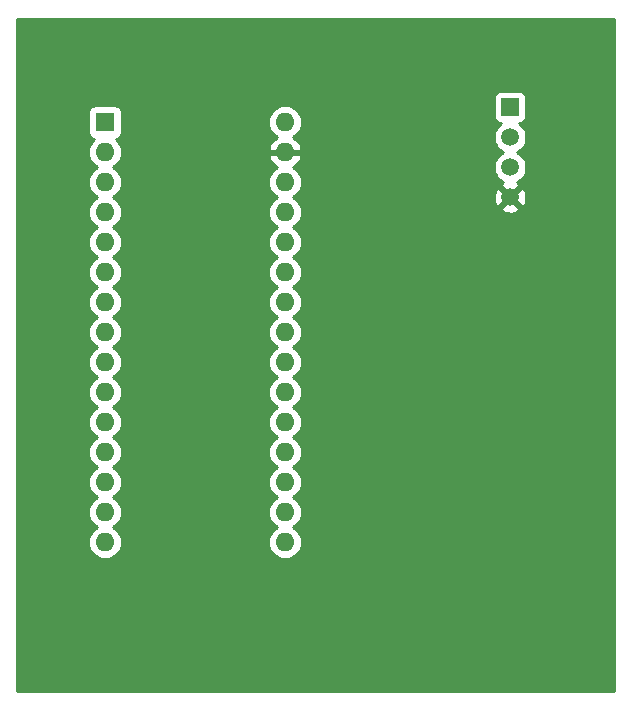
<source format=gbl>
G04 #@! TF.GenerationSoftware,KiCad,Pcbnew,(5.1.0)-1*
G04 #@! TF.CreationDate,2019-10-27T15:01:23-04:00*
G04 #@! TF.ProjectId,Reciever,52656369-6576-4657-922e-6b696361645f,rev?*
G04 #@! TF.SameCoordinates,Original*
G04 #@! TF.FileFunction,Copper,L2,Bot*
G04 #@! TF.FilePolarity,Positive*
%FSLAX46Y46*%
G04 Gerber Fmt 4.6, Leading zero omitted, Abs format (unit mm)*
G04 Created by KiCad (PCBNEW (5.1.0)-1) date 2019-10-27 15:01:23*
%MOMM*%
%LPD*%
G04 APERTURE LIST*
%ADD10C,1.500000*%
%ADD11R,1.500000X1.500000*%
%ADD12O,1.600000X1.600000*%
%ADD13R,1.600000X1.600000*%
%ADD14C,0.254000*%
G04 APERTURE END LIST*
D10*
X66040000Y-62230000D03*
X66040000Y-59690000D03*
X66040000Y-57150000D03*
D11*
X66040000Y-54610000D03*
D12*
X46990000Y-91440000D03*
X31750000Y-91440000D03*
X46990000Y-55880000D03*
X31750000Y-88900000D03*
X46990000Y-58420000D03*
X31750000Y-86360000D03*
X46990000Y-60960000D03*
X31750000Y-83820000D03*
X46990000Y-63500000D03*
X31750000Y-81280000D03*
X46990000Y-66040000D03*
X31750000Y-78740000D03*
X46990000Y-68580000D03*
X31750000Y-76200000D03*
X46990000Y-71120000D03*
X31750000Y-73660000D03*
X46990000Y-73660000D03*
X31750000Y-71120000D03*
X46990000Y-76200000D03*
X31750000Y-68580000D03*
X46990000Y-78740000D03*
X31750000Y-66040000D03*
X46990000Y-81280000D03*
X31750000Y-63500000D03*
X46990000Y-83820000D03*
X31750000Y-60960000D03*
X46990000Y-86360000D03*
X31750000Y-58420000D03*
X46990000Y-88900000D03*
D13*
X31750000Y-55880000D03*
D14*
G36*
X74803000Y-104013000D02*
G01*
X24257000Y-104013000D01*
X24257000Y-58420000D01*
X30308057Y-58420000D01*
X30335764Y-58701309D01*
X30417818Y-58971808D01*
X30551068Y-59221101D01*
X30730392Y-59439608D01*
X30948899Y-59618932D01*
X31081858Y-59690000D01*
X30948899Y-59761068D01*
X30730392Y-59940392D01*
X30551068Y-60158899D01*
X30417818Y-60408192D01*
X30335764Y-60678691D01*
X30308057Y-60960000D01*
X30335764Y-61241309D01*
X30417818Y-61511808D01*
X30551068Y-61761101D01*
X30730392Y-61979608D01*
X30948899Y-62158932D01*
X31081858Y-62230000D01*
X30948899Y-62301068D01*
X30730392Y-62480392D01*
X30551068Y-62698899D01*
X30417818Y-62948192D01*
X30335764Y-63218691D01*
X30308057Y-63500000D01*
X30335764Y-63781309D01*
X30417818Y-64051808D01*
X30551068Y-64301101D01*
X30730392Y-64519608D01*
X30948899Y-64698932D01*
X31081858Y-64770000D01*
X30948899Y-64841068D01*
X30730392Y-65020392D01*
X30551068Y-65238899D01*
X30417818Y-65488192D01*
X30335764Y-65758691D01*
X30308057Y-66040000D01*
X30335764Y-66321309D01*
X30417818Y-66591808D01*
X30551068Y-66841101D01*
X30730392Y-67059608D01*
X30948899Y-67238932D01*
X31081858Y-67310000D01*
X30948899Y-67381068D01*
X30730392Y-67560392D01*
X30551068Y-67778899D01*
X30417818Y-68028192D01*
X30335764Y-68298691D01*
X30308057Y-68580000D01*
X30335764Y-68861309D01*
X30417818Y-69131808D01*
X30551068Y-69381101D01*
X30730392Y-69599608D01*
X30948899Y-69778932D01*
X31081858Y-69850000D01*
X30948899Y-69921068D01*
X30730392Y-70100392D01*
X30551068Y-70318899D01*
X30417818Y-70568192D01*
X30335764Y-70838691D01*
X30308057Y-71120000D01*
X30335764Y-71401309D01*
X30417818Y-71671808D01*
X30551068Y-71921101D01*
X30730392Y-72139608D01*
X30948899Y-72318932D01*
X31081858Y-72390000D01*
X30948899Y-72461068D01*
X30730392Y-72640392D01*
X30551068Y-72858899D01*
X30417818Y-73108192D01*
X30335764Y-73378691D01*
X30308057Y-73660000D01*
X30335764Y-73941309D01*
X30417818Y-74211808D01*
X30551068Y-74461101D01*
X30730392Y-74679608D01*
X30948899Y-74858932D01*
X31081858Y-74930000D01*
X30948899Y-75001068D01*
X30730392Y-75180392D01*
X30551068Y-75398899D01*
X30417818Y-75648192D01*
X30335764Y-75918691D01*
X30308057Y-76200000D01*
X30335764Y-76481309D01*
X30417818Y-76751808D01*
X30551068Y-77001101D01*
X30730392Y-77219608D01*
X30948899Y-77398932D01*
X31081858Y-77470000D01*
X30948899Y-77541068D01*
X30730392Y-77720392D01*
X30551068Y-77938899D01*
X30417818Y-78188192D01*
X30335764Y-78458691D01*
X30308057Y-78740000D01*
X30335764Y-79021309D01*
X30417818Y-79291808D01*
X30551068Y-79541101D01*
X30730392Y-79759608D01*
X30948899Y-79938932D01*
X31081858Y-80010000D01*
X30948899Y-80081068D01*
X30730392Y-80260392D01*
X30551068Y-80478899D01*
X30417818Y-80728192D01*
X30335764Y-80998691D01*
X30308057Y-81280000D01*
X30335764Y-81561309D01*
X30417818Y-81831808D01*
X30551068Y-82081101D01*
X30730392Y-82299608D01*
X30948899Y-82478932D01*
X31081858Y-82550000D01*
X30948899Y-82621068D01*
X30730392Y-82800392D01*
X30551068Y-83018899D01*
X30417818Y-83268192D01*
X30335764Y-83538691D01*
X30308057Y-83820000D01*
X30335764Y-84101309D01*
X30417818Y-84371808D01*
X30551068Y-84621101D01*
X30730392Y-84839608D01*
X30948899Y-85018932D01*
X31081858Y-85090000D01*
X30948899Y-85161068D01*
X30730392Y-85340392D01*
X30551068Y-85558899D01*
X30417818Y-85808192D01*
X30335764Y-86078691D01*
X30308057Y-86360000D01*
X30335764Y-86641309D01*
X30417818Y-86911808D01*
X30551068Y-87161101D01*
X30730392Y-87379608D01*
X30948899Y-87558932D01*
X31081858Y-87630000D01*
X30948899Y-87701068D01*
X30730392Y-87880392D01*
X30551068Y-88098899D01*
X30417818Y-88348192D01*
X30335764Y-88618691D01*
X30308057Y-88900000D01*
X30335764Y-89181309D01*
X30417818Y-89451808D01*
X30551068Y-89701101D01*
X30730392Y-89919608D01*
X30948899Y-90098932D01*
X31081858Y-90170000D01*
X30948899Y-90241068D01*
X30730392Y-90420392D01*
X30551068Y-90638899D01*
X30417818Y-90888192D01*
X30335764Y-91158691D01*
X30308057Y-91440000D01*
X30335764Y-91721309D01*
X30417818Y-91991808D01*
X30551068Y-92241101D01*
X30730392Y-92459608D01*
X30948899Y-92638932D01*
X31198192Y-92772182D01*
X31468691Y-92854236D01*
X31679508Y-92875000D01*
X31820492Y-92875000D01*
X32031309Y-92854236D01*
X32301808Y-92772182D01*
X32551101Y-92638932D01*
X32769608Y-92459608D01*
X32948932Y-92241101D01*
X33082182Y-91991808D01*
X33164236Y-91721309D01*
X33191943Y-91440000D01*
X33164236Y-91158691D01*
X33082182Y-90888192D01*
X32948932Y-90638899D01*
X32769608Y-90420392D01*
X32551101Y-90241068D01*
X32418142Y-90170000D01*
X32551101Y-90098932D01*
X32769608Y-89919608D01*
X32948932Y-89701101D01*
X33082182Y-89451808D01*
X33164236Y-89181309D01*
X33191943Y-88900000D01*
X33164236Y-88618691D01*
X33082182Y-88348192D01*
X32948932Y-88098899D01*
X32769608Y-87880392D01*
X32551101Y-87701068D01*
X32418142Y-87630000D01*
X32551101Y-87558932D01*
X32769608Y-87379608D01*
X32948932Y-87161101D01*
X33082182Y-86911808D01*
X33164236Y-86641309D01*
X33191943Y-86360000D01*
X33164236Y-86078691D01*
X33082182Y-85808192D01*
X32948932Y-85558899D01*
X32769608Y-85340392D01*
X32551101Y-85161068D01*
X32418142Y-85090000D01*
X32551101Y-85018932D01*
X32769608Y-84839608D01*
X32948932Y-84621101D01*
X33082182Y-84371808D01*
X33164236Y-84101309D01*
X33191943Y-83820000D01*
X33164236Y-83538691D01*
X33082182Y-83268192D01*
X32948932Y-83018899D01*
X32769608Y-82800392D01*
X32551101Y-82621068D01*
X32418142Y-82550000D01*
X32551101Y-82478932D01*
X32769608Y-82299608D01*
X32948932Y-82081101D01*
X33082182Y-81831808D01*
X33164236Y-81561309D01*
X33191943Y-81280000D01*
X33164236Y-80998691D01*
X33082182Y-80728192D01*
X32948932Y-80478899D01*
X32769608Y-80260392D01*
X32551101Y-80081068D01*
X32418142Y-80010000D01*
X32551101Y-79938932D01*
X32769608Y-79759608D01*
X32948932Y-79541101D01*
X33082182Y-79291808D01*
X33164236Y-79021309D01*
X33191943Y-78740000D01*
X33164236Y-78458691D01*
X33082182Y-78188192D01*
X32948932Y-77938899D01*
X32769608Y-77720392D01*
X32551101Y-77541068D01*
X32418142Y-77470000D01*
X32551101Y-77398932D01*
X32769608Y-77219608D01*
X32948932Y-77001101D01*
X33082182Y-76751808D01*
X33164236Y-76481309D01*
X33191943Y-76200000D01*
X33164236Y-75918691D01*
X33082182Y-75648192D01*
X32948932Y-75398899D01*
X32769608Y-75180392D01*
X32551101Y-75001068D01*
X32418142Y-74930000D01*
X32551101Y-74858932D01*
X32769608Y-74679608D01*
X32948932Y-74461101D01*
X33082182Y-74211808D01*
X33164236Y-73941309D01*
X33191943Y-73660000D01*
X33164236Y-73378691D01*
X33082182Y-73108192D01*
X32948932Y-72858899D01*
X32769608Y-72640392D01*
X32551101Y-72461068D01*
X32418142Y-72390000D01*
X32551101Y-72318932D01*
X32769608Y-72139608D01*
X32948932Y-71921101D01*
X33082182Y-71671808D01*
X33164236Y-71401309D01*
X33191943Y-71120000D01*
X33164236Y-70838691D01*
X33082182Y-70568192D01*
X32948932Y-70318899D01*
X32769608Y-70100392D01*
X32551101Y-69921068D01*
X32418142Y-69850000D01*
X32551101Y-69778932D01*
X32769608Y-69599608D01*
X32948932Y-69381101D01*
X33082182Y-69131808D01*
X33164236Y-68861309D01*
X33191943Y-68580000D01*
X33164236Y-68298691D01*
X33082182Y-68028192D01*
X32948932Y-67778899D01*
X32769608Y-67560392D01*
X32551101Y-67381068D01*
X32418142Y-67310000D01*
X32551101Y-67238932D01*
X32769608Y-67059608D01*
X32948932Y-66841101D01*
X33082182Y-66591808D01*
X33164236Y-66321309D01*
X33191943Y-66040000D01*
X33164236Y-65758691D01*
X33082182Y-65488192D01*
X32948932Y-65238899D01*
X32769608Y-65020392D01*
X32551101Y-64841068D01*
X32418142Y-64770000D01*
X32551101Y-64698932D01*
X32769608Y-64519608D01*
X32948932Y-64301101D01*
X33082182Y-64051808D01*
X33164236Y-63781309D01*
X33191943Y-63500000D01*
X33164236Y-63218691D01*
X33082182Y-62948192D01*
X32948932Y-62698899D01*
X32769608Y-62480392D01*
X32551101Y-62301068D01*
X32418142Y-62230000D01*
X32551101Y-62158932D01*
X32769608Y-61979608D01*
X32948932Y-61761101D01*
X33082182Y-61511808D01*
X33164236Y-61241309D01*
X33191943Y-60960000D01*
X45548057Y-60960000D01*
X45575764Y-61241309D01*
X45657818Y-61511808D01*
X45791068Y-61761101D01*
X45970392Y-61979608D01*
X46188899Y-62158932D01*
X46321858Y-62230000D01*
X46188899Y-62301068D01*
X45970392Y-62480392D01*
X45791068Y-62698899D01*
X45657818Y-62948192D01*
X45575764Y-63218691D01*
X45548057Y-63500000D01*
X45575764Y-63781309D01*
X45657818Y-64051808D01*
X45791068Y-64301101D01*
X45970392Y-64519608D01*
X46188899Y-64698932D01*
X46321858Y-64770000D01*
X46188899Y-64841068D01*
X45970392Y-65020392D01*
X45791068Y-65238899D01*
X45657818Y-65488192D01*
X45575764Y-65758691D01*
X45548057Y-66040000D01*
X45575764Y-66321309D01*
X45657818Y-66591808D01*
X45791068Y-66841101D01*
X45970392Y-67059608D01*
X46188899Y-67238932D01*
X46321858Y-67310000D01*
X46188899Y-67381068D01*
X45970392Y-67560392D01*
X45791068Y-67778899D01*
X45657818Y-68028192D01*
X45575764Y-68298691D01*
X45548057Y-68580000D01*
X45575764Y-68861309D01*
X45657818Y-69131808D01*
X45791068Y-69381101D01*
X45970392Y-69599608D01*
X46188899Y-69778932D01*
X46321858Y-69850000D01*
X46188899Y-69921068D01*
X45970392Y-70100392D01*
X45791068Y-70318899D01*
X45657818Y-70568192D01*
X45575764Y-70838691D01*
X45548057Y-71120000D01*
X45575764Y-71401309D01*
X45657818Y-71671808D01*
X45791068Y-71921101D01*
X45970392Y-72139608D01*
X46188899Y-72318932D01*
X46321858Y-72390000D01*
X46188899Y-72461068D01*
X45970392Y-72640392D01*
X45791068Y-72858899D01*
X45657818Y-73108192D01*
X45575764Y-73378691D01*
X45548057Y-73660000D01*
X45575764Y-73941309D01*
X45657818Y-74211808D01*
X45791068Y-74461101D01*
X45970392Y-74679608D01*
X46188899Y-74858932D01*
X46321858Y-74930000D01*
X46188899Y-75001068D01*
X45970392Y-75180392D01*
X45791068Y-75398899D01*
X45657818Y-75648192D01*
X45575764Y-75918691D01*
X45548057Y-76200000D01*
X45575764Y-76481309D01*
X45657818Y-76751808D01*
X45791068Y-77001101D01*
X45970392Y-77219608D01*
X46188899Y-77398932D01*
X46321858Y-77470000D01*
X46188899Y-77541068D01*
X45970392Y-77720392D01*
X45791068Y-77938899D01*
X45657818Y-78188192D01*
X45575764Y-78458691D01*
X45548057Y-78740000D01*
X45575764Y-79021309D01*
X45657818Y-79291808D01*
X45791068Y-79541101D01*
X45970392Y-79759608D01*
X46188899Y-79938932D01*
X46321858Y-80010000D01*
X46188899Y-80081068D01*
X45970392Y-80260392D01*
X45791068Y-80478899D01*
X45657818Y-80728192D01*
X45575764Y-80998691D01*
X45548057Y-81280000D01*
X45575764Y-81561309D01*
X45657818Y-81831808D01*
X45791068Y-82081101D01*
X45970392Y-82299608D01*
X46188899Y-82478932D01*
X46321858Y-82550000D01*
X46188899Y-82621068D01*
X45970392Y-82800392D01*
X45791068Y-83018899D01*
X45657818Y-83268192D01*
X45575764Y-83538691D01*
X45548057Y-83820000D01*
X45575764Y-84101309D01*
X45657818Y-84371808D01*
X45791068Y-84621101D01*
X45970392Y-84839608D01*
X46188899Y-85018932D01*
X46321858Y-85090000D01*
X46188899Y-85161068D01*
X45970392Y-85340392D01*
X45791068Y-85558899D01*
X45657818Y-85808192D01*
X45575764Y-86078691D01*
X45548057Y-86360000D01*
X45575764Y-86641309D01*
X45657818Y-86911808D01*
X45791068Y-87161101D01*
X45970392Y-87379608D01*
X46188899Y-87558932D01*
X46321858Y-87630000D01*
X46188899Y-87701068D01*
X45970392Y-87880392D01*
X45791068Y-88098899D01*
X45657818Y-88348192D01*
X45575764Y-88618691D01*
X45548057Y-88900000D01*
X45575764Y-89181309D01*
X45657818Y-89451808D01*
X45791068Y-89701101D01*
X45970392Y-89919608D01*
X46188899Y-90098932D01*
X46321858Y-90170000D01*
X46188899Y-90241068D01*
X45970392Y-90420392D01*
X45791068Y-90638899D01*
X45657818Y-90888192D01*
X45575764Y-91158691D01*
X45548057Y-91440000D01*
X45575764Y-91721309D01*
X45657818Y-91991808D01*
X45791068Y-92241101D01*
X45970392Y-92459608D01*
X46188899Y-92638932D01*
X46438192Y-92772182D01*
X46708691Y-92854236D01*
X46919508Y-92875000D01*
X47060492Y-92875000D01*
X47271309Y-92854236D01*
X47541808Y-92772182D01*
X47791101Y-92638932D01*
X48009608Y-92459608D01*
X48188932Y-92241101D01*
X48322182Y-91991808D01*
X48404236Y-91721309D01*
X48431943Y-91440000D01*
X48404236Y-91158691D01*
X48322182Y-90888192D01*
X48188932Y-90638899D01*
X48009608Y-90420392D01*
X47791101Y-90241068D01*
X47658142Y-90170000D01*
X47791101Y-90098932D01*
X48009608Y-89919608D01*
X48188932Y-89701101D01*
X48322182Y-89451808D01*
X48404236Y-89181309D01*
X48431943Y-88900000D01*
X48404236Y-88618691D01*
X48322182Y-88348192D01*
X48188932Y-88098899D01*
X48009608Y-87880392D01*
X47791101Y-87701068D01*
X47658142Y-87630000D01*
X47791101Y-87558932D01*
X48009608Y-87379608D01*
X48188932Y-87161101D01*
X48322182Y-86911808D01*
X48404236Y-86641309D01*
X48431943Y-86360000D01*
X48404236Y-86078691D01*
X48322182Y-85808192D01*
X48188932Y-85558899D01*
X48009608Y-85340392D01*
X47791101Y-85161068D01*
X47658142Y-85090000D01*
X47791101Y-85018932D01*
X48009608Y-84839608D01*
X48188932Y-84621101D01*
X48322182Y-84371808D01*
X48404236Y-84101309D01*
X48431943Y-83820000D01*
X48404236Y-83538691D01*
X48322182Y-83268192D01*
X48188932Y-83018899D01*
X48009608Y-82800392D01*
X47791101Y-82621068D01*
X47658142Y-82550000D01*
X47791101Y-82478932D01*
X48009608Y-82299608D01*
X48188932Y-82081101D01*
X48322182Y-81831808D01*
X48404236Y-81561309D01*
X48431943Y-81280000D01*
X48404236Y-80998691D01*
X48322182Y-80728192D01*
X48188932Y-80478899D01*
X48009608Y-80260392D01*
X47791101Y-80081068D01*
X47658142Y-80010000D01*
X47791101Y-79938932D01*
X48009608Y-79759608D01*
X48188932Y-79541101D01*
X48322182Y-79291808D01*
X48404236Y-79021309D01*
X48431943Y-78740000D01*
X48404236Y-78458691D01*
X48322182Y-78188192D01*
X48188932Y-77938899D01*
X48009608Y-77720392D01*
X47791101Y-77541068D01*
X47658142Y-77470000D01*
X47791101Y-77398932D01*
X48009608Y-77219608D01*
X48188932Y-77001101D01*
X48322182Y-76751808D01*
X48404236Y-76481309D01*
X48431943Y-76200000D01*
X48404236Y-75918691D01*
X48322182Y-75648192D01*
X48188932Y-75398899D01*
X48009608Y-75180392D01*
X47791101Y-75001068D01*
X47658142Y-74930000D01*
X47791101Y-74858932D01*
X48009608Y-74679608D01*
X48188932Y-74461101D01*
X48322182Y-74211808D01*
X48404236Y-73941309D01*
X48431943Y-73660000D01*
X48404236Y-73378691D01*
X48322182Y-73108192D01*
X48188932Y-72858899D01*
X48009608Y-72640392D01*
X47791101Y-72461068D01*
X47658142Y-72390000D01*
X47791101Y-72318932D01*
X48009608Y-72139608D01*
X48188932Y-71921101D01*
X48322182Y-71671808D01*
X48404236Y-71401309D01*
X48431943Y-71120000D01*
X48404236Y-70838691D01*
X48322182Y-70568192D01*
X48188932Y-70318899D01*
X48009608Y-70100392D01*
X47791101Y-69921068D01*
X47658142Y-69850000D01*
X47791101Y-69778932D01*
X48009608Y-69599608D01*
X48188932Y-69381101D01*
X48322182Y-69131808D01*
X48404236Y-68861309D01*
X48431943Y-68580000D01*
X48404236Y-68298691D01*
X48322182Y-68028192D01*
X48188932Y-67778899D01*
X48009608Y-67560392D01*
X47791101Y-67381068D01*
X47658142Y-67310000D01*
X47791101Y-67238932D01*
X48009608Y-67059608D01*
X48188932Y-66841101D01*
X48322182Y-66591808D01*
X48404236Y-66321309D01*
X48431943Y-66040000D01*
X48404236Y-65758691D01*
X48322182Y-65488192D01*
X48188932Y-65238899D01*
X48009608Y-65020392D01*
X47791101Y-64841068D01*
X47658142Y-64770000D01*
X47791101Y-64698932D01*
X48009608Y-64519608D01*
X48188932Y-64301101D01*
X48322182Y-64051808D01*
X48404236Y-63781309D01*
X48431943Y-63500000D01*
X48404236Y-63218691D01*
X48394621Y-63186993D01*
X65262612Y-63186993D01*
X65328137Y-63425860D01*
X65575116Y-63541760D01*
X65839960Y-63607250D01*
X66112492Y-63619812D01*
X66382238Y-63578965D01*
X66638832Y-63486277D01*
X66751863Y-63425860D01*
X66817388Y-63186993D01*
X66040000Y-62409605D01*
X65262612Y-63186993D01*
X48394621Y-63186993D01*
X48322182Y-62948192D01*
X48188932Y-62698899D01*
X48009608Y-62480392D01*
X47792837Y-62302492D01*
X64650188Y-62302492D01*
X64691035Y-62572238D01*
X64783723Y-62828832D01*
X64844140Y-62941863D01*
X65083007Y-63007388D01*
X65860395Y-62230000D01*
X66219605Y-62230000D01*
X66996993Y-63007388D01*
X67235860Y-62941863D01*
X67351760Y-62694884D01*
X67417250Y-62430040D01*
X67429812Y-62157508D01*
X67388965Y-61887762D01*
X67296277Y-61631168D01*
X67235860Y-61518137D01*
X66996993Y-61452612D01*
X66219605Y-62230000D01*
X65860395Y-62230000D01*
X65083007Y-61452612D01*
X64844140Y-61518137D01*
X64728240Y-61765116D01*
X64662750Y-62029960D01*
X64650188Y-62302492D01*
X47792837Y-62302492D01*
X47791101Y-62301068D01*
X47658142Y-62230000D01*
X47791101Y-62158932D01*
X48009608Y-61979608D01*
X48188932Y-61761101D01*
X48322182Y-61511808D01*
X48404236Y-61241309D01*
X48431943Y-60960000D01*
X48404236Y-60678691D01*
X48322182Y-60408192D01*
X48188932Y-60158899D01*
X48009608Y-59940392D01*
X47791101Y-59761068D01*
X47653318Y-59687421D01*
X47845131Y-59572385D01*
X48053519Y-59383414D01*
X48221037Y-59157420D01*
X48341246Y-58903087D01*
X48381904Y-58769039D01*
X48259915Y-58547000D01*
X47117000Y-58547000D01*
X47117000Y-58567000D01*
X46863000Y-58567000D01*
X46863000Y-58547000D01*
X45720085Y-58547000D01*
X45598096Y-58769039D01*
X45638754Y-58903087D01*
X45758963Y-59157420D01*
X45926481Y-59383414D01*
X46134869Y-59572385D01*
X46326682Y-59687421D01*
X46188899Y-59761068D01*
X45970392Y-59940392D01*
X45791068Y-60158899D01*
X45657818Y-60408192D01*
X45575764Y-60678691D01*
X45548057Y-60960000D01*
X33191943Y-60960000D01*
X33164236Y-60678691D01*
X33082182Y-60408192D01*
X32948932Y-60158899D01*
X32769608Y-59940392D01*
X32551101Y-59761068D01*
X32418142Y-59690000D01*
X32551101Y-59618932D01*
X32769608Y-59439608D01*
X32948932Y-59221101D01*
X33082182Y-58971808D01*
X33164236Y-58701309D01*
X33191943Y-58420000D01*
X33164236Y-58138691D01*
X33082182Y-57868192D01*
X32948932Y-57618899D01*
X32769608Y-57400392D01*
X32656518Y-57307581D01*
X32674482Y-57305812D01*
X32794180Y-57269502D01*
X32904494Y-57210537D01*
X33001185Y-57131185D01*
X33080537Y-57034494D01*
X33139502Y-56924180D01*
X33175812Y-56804482D01*
X33188072Y-56680000D01*
X33188072Y-55880000D01*
X45548057Y-55880000D01*
X45575764Y-56161309D01*
X45657818Y-56431808D01*
X45791068Y-56681101D01*
X45970392Y-56899608D01*
X46188899Y-57078932D01*
X46326682Y-57152579D01*
X46134869Y-57267615D01*
X45926481Y-57456586D01*
X45758963Y-57682580D01*
X45638754Y-57936913D01*
X45598096Y-58070961D01*
X45720085Y-58293000D01*
X46863000Y-58293000D01*
X46863000Y-58273000D01*
X47117000Y-58273000D01*
X47117000Y-58293000D01*
X48259915Y-58293000D01*
X48381904Y-58070961D01*
X48341246Y-57936913D01*
X48221037Y-57682580D01*
X48053519Y-57456586D01*
X47845131Y-57267615D01*
X47653318Y-57152579D01*
X47791101Y-57078932D01*
X48009608Y-56899608D01*
X48188932Y-56681101D01*
X48322182Y-56431808D01*
X48404236Y-56161309D01*
X48431943Y-55880000D01*
X48404236Y-55598691D01*
X48322182Y-55328192D01*
X48188932Y-55078899D01*
X48009608Y-54860392D01*
X47791101Y-54681068D01*
X47541808Y-54547818D01*
X47271309Y-54465764D01*
X47060492Y-54445000D01*
X46919508Y-54445000D01*
X46708691Y-54465764D01*
X46438192Y-54547818D01*
X46188899Y-54681068D01*
X45970392Y-54860392D01*
X45791068Y-55078899D01*
X45657818Y-55328192D01*
X45575764Y-55598691D01*
X45548057Y-55880000D01*
X33188072Y-55880000D01*
X33188072Y-55080000D01*
X33175812Y-54955518D01*
X33139502Y-54835820D01*
X33080537Y-54725506D01*
X33001185Y-54628815D01*
X32904494Y-54549463D01*
X32794180Y-54490498D01*
X32674482Y-54454188D01*
X32550000Y-54441928D01*
X30950000Y-54441928D01*
X30825518Y-54454188D01*
X30705820Y-54490498D01*
X30595506Y-54549463D01*
X30498815Y-54628815D01*
X30419463Y-54725506D01*
X30360498Y-54835820D01*
X30324188Y-54955518D01*
X30311928Y-55080000D01*
X30311928Y-56680000D01*
X30324188Y-56804482D01*
X30360498Y-56924180D01*
X30419463Y-57034494D01*
X30498815Y-57131185D01*
X30595506Y-57210537D01*
X30705820Y-57269502D01*
X30825518Y-57305812D01*
X30843482Y-57307581D01*
X30730392Y-57400392D01*
X30551068Y-57618899D01*
X30417818Y-57868192D01*
X30335764Y-58138691D01*
X30308057Y-58420000D01*
X24257000Y-58420000D01*
X24257000Y-53860000D01*
X64651928Y-53860000D01*
X64651928Y-55360000D01*
X64664188Y-55484482D01*
X64700498Y-55604180D01*
X64759463Y-55714494D01*
X64838815Y-55811185D01*
X64935506Y-55890537D01*
X65045820Y-55949502D01*
X65165518Y-55985812D01*
X65273483Y-55996445D01*
X65157114Y-56074201D01*
X64964201Y-56267114D01*
X64812629Y-56493957D01*
X64708225Y-56746011D01*
X64655000Y-57013589D01*
X64655000Y-57286411D01*
X64708225Y-57553989D01*
X64812629Y-57806043D01*
X64964201Y-58032886D01*
X65157114Y-58225799D01*
X65383957Y-58377371D01*
X65486873Y-58420000D01*
X65383957Y-58462629D01*
X65157114Y-58614201D01*
X64964201Y-58807114D01*
X64812629Y-59033957D01*
X64708225Y-59286011D01*
X64655000Y-59553589D01*
X64655000Y-59826411D01*
X64708225Y-60093989D01*
X64812629Y-60346043D01*
X64964201Y-60572886D01*
X65157114Y-60765799D01*
X65383957Y-60917371D01*
X65483279Y-60958511D01*
X65441168Y-60973723D01*
X65328137Y-61034140D01*
X65262612Y-61273007D01*
X66040000Y-62050395D01*
X66817388Y-61273007D01*
X66751863Y-61034140D01*
X66593523Y-60959836D01*
X66696043Y-60917371D01*
X66922886Y-60765799D01*
X67115799Y-60572886D01*
X67267371Y-60346043D01*
X67371775Y-60093989D01*
X67425000Y-59826411D01*
X67425000Y-59553589D01*
X67371775Y-59286011D01*
X67267371Y-59033957D01*
X67115799Y-58807114D01*
X66922886Y-58614201D01*
X66696043Y-58462629D01*
X66593127Y-58420000D01*
X66696043Y-58377371D01*
X66922886Y-58225799D01*
X67115799Y-58032886D01*
X67267371Y-57806043D01*
X67371775Y-57553989D01*
X67425000Y-57286411D01*
X67425000Y-57013589D01*
X67371775Y-56746011D01*
X67267371Y-56493957D01*
X67115799Y-56267114D01*
X66922886Y-56074201D01*
X66806517Y-55996445D01*
X66914482Y-55985812D01*
X67034180Y-55949502D01*
X67144494Y-55890537D01*
X67241185Y-55811185D01*
X67320537Y-55714494D01*
X67379502Y-55604180D01*
X67415812Y-55484482D01*
X67428072Y-55360000D01*
X67428072Y-53860000D01*
X67415812Y-53735518D01*
X67379502Y-53615820D01*
X67320537Y-53505506D01*
X67241185Y-53408815D01*
X67144494Y-53329463D01*
X67034180Y-53270498D01*
X66914482Y-53234188D01*
X66790000Y-53221928D01*
X65290000Y-53221928D01*
X65165518Y-53234188D01*
X65045820Y-53270498D01*
X64935506Y-53329463D01*
X64838815Y-53408815D01*
X64759463Y-53505506D01*
X64700498Y-53615820D01*
X64664188Y-53735518D01*
X64651928Y-53860000D01*
X24257000Y-53860000D01*
X24257000Y-47117000D01*
X74803000Y-47117000D01*
X74803000Y-104013000D01*
X74803000Y-104013000D01*
G37*
X74803000Y-104013000D02*
X24257000Y-104013000D01*
X24257000Y-58420000D01*
X30308057Y-58420000D01*
X30335764Y-58701309D01*
X30417818Y-58971808D01*
X30551068Y-59221101D01*
X30730392Y-59439608D01*
X30948899Y-59618932D01*
X31081858Y-59690000D01*
X30948899Y-59761068D01*
X30730392Y-59940392D01*
X30551068Y-60158899D01*
X30417818Y-60408192D01*
X30335764Y-60678691D01*
X30308057Y-60960000D01*
X30335764Y-61241309D01*
X30417818Y-61511808D01*
X30551068Y-61761101D01*
X30730392Y-61979608D01*
X30948899Y-62158932D01*
X31081858Y-62230000D01*
X30948899Y-62301068D01*
X30730392Y-62480392D01*
X30551068Y-62698899D01*
X30417818Y-62948192D01*
X30335764Y-63218691D01*
X30308057Y-63500000D01*
X30335764Y-63781309D01*
X30417818Y-64051808D01*
X30551068Y-64301101D01*
X30730392Y-64519608D01*
X30948899Y-64698932D01*
X31081858Y-64770000D01*
X30948899Y-64841068D01*
X30730392Y-65020392D01*
X30551068Y-65238899D01*
X30417818Y-65488192D01*
X30335764Y-65758691D01*
X30308057Y-66040000D01*
X30335764Y-66321309D01*
X30417818Y-66591808D01*
X30551068Y-66841101D01*
X30730392Y-67059608D01*
X30948899Y-67238932D01*
X31081858Y-67310000D01*
X30948899Y-67381068D01*
X30730392Y-67560392D01*
X30551068Y-67778899D01*
X30417818Y-68028192D01*
X30335764Y-68298691D01*
X30308057Y-68580000D01*
X30335764Y-68861309D01*
X30417818Y-69131808D01*
X30551068Y-69381101D01*
X30730392Y-69599608D01*
X30948899Y-69778932D01*
X31081858Y-69850000D01*
X30948899Y-69921068D01*
X30730392Y-70100392D01*
X30551068Y-70318899D01*
X30417818Y-70568192D01*
X30335764Y-70838691D01*
X30308057Y-71120000D01*
X30335764Y-71401309D01*
X30417818Y-71671808D01*
X30551068Y-71921101D01*
X30730392Y-72139608D01*
X30948899Y-72318932D01*
X31081858Y-72390000D01*
X30948899Y-72461068D01*
X30730392Y-72640392D01*
X30551068Y-72858899D01*
X30417818Y-73108192D01*
X30335764Y-73378691D01*
X30308057Y-73660000D01*
X30335764Y-73941309D01*
X30417818Y-74211808D01*
X30551068Y-74461101D01*
X30730392Y-74679608D01*
X30948899Y-74858932D01*
X31081858Y-74930000D01*
X30948899Y-75001068D01*
X30730392Y-75180392D01*
X30551068Y-75398899D01*
X30417818Y-75648192D01*
X30335764Y-75918691D01*
X30308057Y-76200000D01*
X30335764Y-76481309D01*
X30417818Y-76751808D01*
X30551068Y-77001101D01*
X30730392Y-77219608D01*
X30948899Y-77398932D01*
X31081858Y-77470000D01*
X30948899Y-77541068D01*
X30730392Y-77720392D01*
X30551068Y-77938899D01*
X30417818Y-78188192D01*
X30335764Y-78458691D01*
X30308057Y-78740000D01*
X30335764Y-79021309D01*
X30417818Y-79291808D01*
X30551068Y-79541101D01*
X30730392Y-79759608D01*
X30948899Y-79938932D01*
X31081858Y-80010000D01*
X30948899Y-80081068D01*
X30730392Y-80260392D01*
X30551068Y-80478899D01*
X30417818Y-80728192D01*
X30335764Y-80998691D01*
X30308057Y-81280000D01*
X30335764Y-81561309D01*
X30417818Y-81831808D01*
X30551068Y-82081101D01*
X30730392Y-82299608D01*
X30948899Y-82478932D01*
X31081858Y-82550000D01*
X30948899Y-82621068D01*
X30730392Y-82800392D01*
X30551068Y-83018899D01*
X30417818Y-83268192D01*
X30335764Y-83538691D01*
X30308057Y-83820000D01*
X30335764Y-84101309D01*
X30417818Y-84371808D01*
X30551068Y-84621101D01*
X30730392Y-84839608D01*
X30948899Y-85018932D01*
X31081858Y-85090000D01*
X30948899Y-85161068D01*
X30730392Y-85340392D01*
X30551068Y-85558899D01*
X30417818Y-85808192D01*
X30335764Y-86078691D01*
X30308057Y-86360000D01*
X30335764Y-86641309D01*
X30417818Y-86911808D01*
X30551068Y-87161101D01*
X30730392Y-87379608D01*
X30948899Y-87558932D01*
X31081858Y-87630000D01*
X30948899Y-87701068D01*
X30730392Y-87880392D01*
X30551068Y-88098899D01*
X30417818Y-88348192D01*
X30335764Y-88618691D01*
X30308057Y-88900000D01*
X30335764Y-89181309D01*
X30417818Y-89451808D01*
X30551068Y-89701101D01*
X30730392Y-89919608D01*
X30948899Y-90098932D01*
X31081858Y-90170000D01*
X30948899Y-90241068D01*
X30730392Y-90420392D01*
X30551068Y-90638899D01*
X30417818Y-90888192D01*
X30335764Y-91158691D01*
X30308057Y-91440000D01*
X30335764Y-91721309D01*
X30417818Y-91991808D01*
X30551068Y-92241101D01*
X30730392Y-92459608D01*
X30948899Y-92638932D01*
X31198192Y-92772182D01*
X31468691Y-92854236D01*
X31679508Y-92875000D01*
X31820492Y-92875000D01*
X32031309Y-92854236D01*
X32301808Y-92772182D01*
X32551101Y-92638932D01*
X32769608Y-92459608D01*
X32948932Y-92241101D01*
X33082182Y-91991808D01*
X33164236Y-91721309D01*
X33191943Y-91440000D01*
X33164236Y-91158691D01*
X33082182Y-90888192D01*
X32948932Y-90638899D01*
X32769608Y-90420392D01*
X32551101Y-90241068D01*
X32418142Y-90170000D01*
X32551101Y-90098932D01*
X32769608Y-89919608D01*
X32948932Y-89701101D01*
X33082182Y-89451808D01*
X33164236Y-89181309D01*
X33191943Y-88900000D01*
X33164236Y-88618691D01*
X33082182Y-88348192D01*
X32948932Y-88098899D01*
X32769608Y-87880392D01*
X32551101Y-87701068D01*
X32418142Y-87630000D01*
X32551101Y-87558932D01*
X32769608Y-87379608D01*
X32948932Y-87161101D01*
X33082182Y-86911808D01*
X33164236Y-86641309D01*
X33191943Y-86360000D01*
X33164236Y-86078691D01*
X33082182Y-85808192D01*
X32948932Y-85558899D01*
X32769608Y-85340392D01*
X32551101Y-85161068D01*
X32418142Y-85090000D01*
X32551101Y-85018932D01*
X32769608Y-84839608D01*
X32948932Y-84621101D01*
X33082182Y-84371808D01*
X33164236Y-84101309D01*
X33191943Y-83820000D01*
X33164236Y-83538691D01*
X33082182Y-83268192D01*
X32948932Y-83018899D01*
X32769608Y-82800392D01*
X32551101Y-82621068D01*
X32418142Y-82550000D01*
X32551101Y-82478932D01*
X32769608Y-82299608D01*
X32948932Y-82081101D01*
X33082182Y-81831808D01*
X33164236Y-81561309D01*
X33191943Y-81280000D01*
X33164236Y-80998691D01*
X33082182Y-80728192D01*
X32948932Y-80478899D01*
X32769608Y-80260392D01*
X32551101Y-80081068D01*
X32418142Y-80010000D01*
X32551101Y-79938932D01*
X32769608Y-79759608D01*
X32948932Y-79541101D01*
X33082182Y-79291808D01*
X33164236Y-79021309D01*
X33191943Y-78740000D01*
X33164236Y-78458691D01*
X33082182Y-78188192D01*
X32948932Y-77938899D01*
X32769608Y-77720392D01*
X32551101Y-77541068D01*
X32418142Y-77470000D01*
X32551101Y-77398932D01*
X32769608Y-77219608D01*
X32948932Y-77001101D01*
X33082182Y-76751808D01*
X33164236Y-76481309D01*
X33191943Y-76200000D01*
X33164236Y-75918691D01*
X33082182Y-75648192D01*
X32948932Y-75398899D01*
X32769608Y-75180392D01*
X32551101Y-75001068D01*
X32418142Y-74930000D01*
X32551101Y-74858932D01*
X32769608Y-74679608D01*
X32948932Y-74461101D01*
X33082182Y-74211808D01*
X33164236Y-73941309D01*
X33191943Y-73660000D01*
X33164236Y-73378691D01*
X33082182Y-73108192D01*
X32948932Y-72858899D01*
X32769608Y-72640392D01*
X32551101Y-72461068D01*
X32418142Y-72390000D01*
X32551101Y-72318932D01*
X32769608Y-72139608D01*
X32948932Y-71921101D01*
X33082182Y-71671808D01*
X33164236Y-71401309D01*
X33191943Y-71120000D01*
X33164236Y-70838691D01*
X33082182Y-70568192D01*
X32948932Y-70318899D01*
X32769608Y-70100392D01*
X32551101Y-69921068D01*
X32418142Y-69850000D01*
X32551101Y-69778932D01*
X32769608Y-69599608D01*
X32948932Y-69381101D01*
X33082182Y-69131808D01*
X33164236Y-68861309D01*
X33191943Y-68580000D01*
X33164236Y-68298691D01*
X33082182Y-68028192D01*
X32948932Y-67778899D01*
X32769608Y-67560392D01*
X32551101Y-67381068D01*
X32418142Y-67310000D01*
X32551101Y-67238932D01*
X32769608Y-67059608D01*
X32948932Y-66841101D01*
X33082182Y-66591808D01*
X33164236Y-66321309D01*
X33191943Y-66040000D01*
X33164236Y-65758691D01*
X33082182Y-65488192D01*
X32948932Y-65238899D01*
X32769608Y-65020392D01*
X32551101Y-64841068D01*
X32418142Y-64770000D01*
X32551101Y-64698932D01*
X32769608Y-64519608D01*
X32948932Y-64301101D01*
X33082182Y-64051808D01*
X33164236Y-63781309D01*
X33191943Y-63500000D01*
X33164236Y-63218691D01*
X33082182Y-62948192D01*
X32948932Y-62698899D01*
X32769608Y-62480392D01*
X32551101Y-62301068D01*
X32418142Y-62230000D01*
X32551101Y-62158932D01*
X32769608Y-61979608D01*
X32948932Y-61761101D01*
X33082182Y-61511808D01*
X33164236Y-61241309D01*
X33191943Y-60960000D01*
X45548057Y-60960000D01*
X45575764Y-61241309D01*
X45657818Y-61511808D01*
X45791068Y-61761101D01*
X45970392Y-61979608D01*
X46188899Y-62158932D01*
X46321858Y-62230000D01*
X46188899Y-62301068D01*
X45970392Y-62480392D01*
X45791068Y-62698899D01*
X45657818Y-62948192D01*
X45575764Y-63218691D01*
X45548057Y-63500000D01*
X45575764Y-63781309D01*
X45657818Y-64051808D01*
X45791068Y-64301101D01*
X45970392Y-64519608D01*
X46188899Y-64698932D01*
X46321858Y-64770000D01*
X46188899Y-64841068D01*
X45970392Y-65020392D01*
X45791068Y-65238899D01*
X45657818Y-65488192D01*
X45575764Y-65758691D01*
X45548057Y-66040000D01*
X45575764Y-66321309D01*
X45657818Y-66591808D01*
X45791068Y-66841101D01*
X45970392Y-67059608D01*
X46188899Y-67238932D01*
X46321858Y-67310000D01*
X46188899Y-67381068D01*
X45970392Y-67560392D01*
X45791068Y-67778899D01*
X45657818Y-68028192D01*
X45575764Y-68298691D01*
X45548057Y-68580000D01*
X45575764Y-68861309D01*
X45657818Y-69131808D01*
X45791068Y-69381101D01*
X45970392Y-69599608D01*
X46188899Y-69778932D01*
X46321858Y-69850000D01*
X46188899Y-69921068D01*
X45970392Y-70100392D01*
X45791068Y-70318899D01*
X45657818Y-70568192D01*
X45575764Y-70838691D01*
X45548057Y-71120000D01*
X45575764Y-71401309D01*
X45657818Y-71671808D01*
X45791068Y-71921101D01*
X45970392Y-72139608D01*
X46188899Y-72318932D01*
X46321858Y-72390000D01*
X46188899Y-72461068D01*
X45970392Y-72640392D01*
X45791068Y-72858899D01*
X45657818Y-73108192D01*
X45575764Y-73378691D01*
X45548057Y-73660000D01*
X45575764Y-73941309D01*
X45657818Y-74211808D01*
X45791068Y-74461101D01*
X45970392Y-74679608D01*
X46188899Y-74858932D01*
X46321858Y-74930000D01*
X46188899Y-75001068D01*
X45970392Y-75180392D01*
X45791068Y-75398899D01*
X45657818Y-75648192D01*
X45575764Y-75918691D01*
X45548057Y-76200000D01*
X45575764Y-76481309D01*
X45657818Y-76751808D01*
X45791068Y-77001101D01*
X45970392Y-77219608D01*
X46188899Y-77398932D01*
X46321858Y-77470000D01*
X46188899Y-77541068D01*
X45970392Y-77720392D01*
X45791068Y-77938899D01*
X45657818Y-78188192D01*
X45575764Y-78458691D01*
X45548057Y-78740000D01*
X45575764Y-79021309D01*
X45657818Y-79291808D01*
X45791068Y-79541101D01*
X45970392Y-79759608D01*
X46188899Y-79938932D01*
X46321858Y-80010000D01*
X46188899Y-80081068D01*
X45970392Y-80260392D01*
X45791068Y-80478899D01*
X45657818Y-80728192D01*
X45575764Y-80998691D01*
X45548057Y-81280000D01*
X45575764Y-81561309D01*
X45657818Y-81831808D01*
X45791068Y-82081101D01*
X45970392Y-82299608D01*
X46188899Y-82478932D01*
X46321858Y-82550000D01*
X46188899Y-82621068D01*
X45970392Y-82800392D01*
X45791068Y-83018899D01*
X45657818Y-83268192D01*
X45575764Y-83538691D01*
X45548057Y-83820000D01*
X45575764Y-84101309D01*
X45657818Y-84371808D01*
X45791068Y-84621101D01*
X45970392Y-84839608D01*
X46188899Y-85018932D01*
X46321858Y-85090000D01*
X46188899Y-85161068D01*
X45970392Y-85340392D01*
X45791068Y-85558899D01*
X45657818Y-85808192D01*
X45575764Y-86078691D01*
X45548057Y-86360000D01*
X45575764Y-86641309D01*
X45657818Y-86911808D01*
X45791068Y-87161101D01*
X45970392Y-87379608D01*
X46188899Y-87558932D01*
X46321858Y-87630000D01*
X46188899Y-87701068D01*
X45970392Y-87880392D01*
X45791068Y-88098899D01*
X45657818Y-88348192D01*
X45575764Y-88618691D01*
X45548057Y-88900000D01*
X45575764Y-89181309D01*
X45657818Y-89451808D01*
X45791068Y-89701101D01*
X45970392Y-89919608D01*
X46188899Y-90098932D01*
X46321858Y-90170000D01*
X46188899Y-90241068D01*
X45970392Y-90420392D01*
X45791068Y-90638899D01*
X45657818Y-90888192D01*
X45575764Y-91158691D01*
X45548057Y-91440000D01*
X45575764Y-91721309D01*
X45657818Y-91991808D01*
X45791068Y-92241101D01*
X45970392Y-92459608D01*
X46188899Y-92638932D01*
X46438192Y-92772182D01*
X46708691Y-92854236D01*
X46919508Y-92875000D01*
X47060492Y-92875000D01*
X47271309Y-92854236D01*
X47541808Y-92772182D01*
X47791101Y-92638932D01*
X48009608Y-92459608D01*
X48188932Y-92241101D01*
X48322182Y-91991808D01*
X48404236Y-91721309D01*
X48431943Y-91440000D01*
X48404236Y-91158691D01*
X48322182Y-90888192D01*
X48188932Y-90638899D01*
X48009608Y-90420392D01*
X47791101Y-90241068D01*
X47658142Y-90170000D01*
X47791101Y-90098932D01*
X48009608Y-89919608D01*
X48188932Y-89701101D01*
X48322182Y-89451808D01*
X48404236Y-89181309D01*
X48431943Y-88900000D01*
X48404236Y-88618691D01*
X48322182Y-88348192D01*
X48188932Y-88098899D01*
X48009608Y-87880392D01*
X47791101Y-87701068D01*
X47658142Y-87630000D01*
X47791101Y-87558932D01*
X48009608Y-87379608D01*
X48188932Y-87161101D01*
X48322182Y-86911808D01*
X48404236Y-86641309D01*
X48431943Y-86360000D01*
X48404236Y-86078691D01*
X48322182Y-85808192D01*
X48188932Y-85558899D01*
X48009608Y-85340392D01*
X47791101Y-85161068D01*
X47658142Y-85090000D01*
X47791101Y-85018932D01*
X48009608Y-84839608D01*
X48188932Y-84621101D01*
X48322182Y-84371808D01*
X48404236Y-84101309D01*
X48431943Y-83820000D01*
X48404236Y-83538691D01*
X48322182Y-83268192D01*
X48188932Y-83018899D01*
X48009608Y-82800392D01*
X47791101Y-82621068D01*
X47658142Y-82550000D01*
X47791101Y-82478932D01*
X48009608Y-82299608D01*
X48188932Y-82081101D01*
X48322182Y-81831808D01*
X48404236Y-81561309D01*
X48431943Y-81280000D01*
X48404236Y-80998691D01*
X48322182Y-80728192D01*
X48188932Y-80478899D01*
X48009608Y-80260392D01*
X47791101Y-80081068D01*
X47658142Y-80010000D01*
X47791101Y-79938932D01*
X48009608Y-79759608D01*
X48188932Y-79541101D01*
X48322182Y-79291808D01*
X48404236Y-79021309D01*
X48431943Y-78740000D01*
X48404236Y-78458691D01*
X48322182Y-78188192D01*
X48188932Y-77938899D01*
X48009608Y-77720392D01*
X47791101Y-77541068D01*
X47658142Y-77470000D01*
X47791101Y-77398932D01*
X48009608Y-77219608D01*
X48188932Y-77001101D01*
X48322182Y-76751808D01*
X48404236Y-76481309D01*
X48431943Y-76200000D01*
X48404236Y-75918691D01*
X48322182Y-75648192D01*
X48188932Y-75398899D01*
X48009608Y-75180392D01*
X47791101Y-75001068D01*
X47658142Y-74930000D01*
X47791101Y-74858932D01*
X48009608Y-74679608D01*
X48188932Y-74461101D01*
X48322182Y-74211808D01*
X48404236Y-73941309D01*
X48431943Y-73660000D01*
X48404236Y-73378691D01*
X48322182Y-73108192D01*
X48188932Y-72858899D01*
X48009608Y-72640392D01*
X47791101Y-72461068D01*
X47658142Y-72390000D01*
X47791101Y-72318932D01*
X48009608Y-72139608D01*
X48188932Y-71921101D01*
X48322182Y-71671808D01*
X48404236Y-71401309D01*
X48431943Y-71120000D01*
X48404236Y-70838691D01*
X48322182Y-70568192D01*
X48188932Y-70318899D01*
X48009608Y-70100392D01*
X47791101Y-69921068D01*
X47658142Y-69850000D01*
X47791101Y-69778932D01*
X48009608Y-69599608D01*
X48188932Y-69381101D01*
X48322182Y-69131808D01*
X48404236Y-68861309D01*
X48431943Y-68580000D01*
X48404236Y-68298691D01*
X48322182Y-68028192D01*
X48188932Y-67778899D01*
X48009608Y-67560392D01*
X47791101Y-67381068D01*
X47658142Y-67310000D01*
X47791101Y-67238932D01*
X48009608Y-67059608D01*
X48188932Y-66841101D01*
X48322182Y-66591808D01*
X48404236Y-66321309D01*
X48431943Y-66040000D01*
X48404236Y-65758691D01*
X48322182Y-65488192D01*
X48188932Y-65238899D01*
X48009608Y-65020392D01*
X47791101Y-64841068D01*
X47658142Y-64770000D01*
X47791101Y-64698932D01*
X48009608Y-64519608D01*
X48188932Y-64301101D01*
X48322182Y-64051808D01*
X48404236Y-63781309D01*
X48431943Y-63500000D01*
X48404236Y-63218691D01*
X48394621Y-63186993D01*
X65262612Y-63186993D01*
X65328137Y-63425860D01*
X65575116Y-63541760D01*
X65839960Y-63607250D01*
X66112492Y-63619812D01*
X66382238Y-63578965D01*
X66638832Y-63486277D01*
X66751863Y-63425860D01*
X66817388Y-63186993D01*
X66040000Y-62409605D01*
X65262612Y-63186993D01*
X48394621Y-63186993D01*
X48322182Y-62948192D01*
X48188932Y-62698899D01*
X48009608Y-62480392D01*
X47792837Y-62302492D01*
X64650188Y-62302492D01*
X64691035Y-62572238D01*
X64783723Y-62828832D01*
X64844140Y-62941863D01*
X65083007Y-63007388D01*
X65860395Y-62230000D01*
X66219605Y-62230000D01*
X66996993Y-63007388D01*
X67235860Y-62941863D01*
X67351760Y-62694884D01*
X67417250Y-62430040D01*
X67429812Y-62157508D01*
X67388965Y-61887762D01*
X67296277Y-61631168D01*
X67235860Y-61518137D01*
X66996993Y-61452612D01*
X66219605Y-62230000D01*
X65860395Y-62230000D01*
X65083007Y-61452612D01*
X64844140Y-61518137D01*
X64728240Y-61765116D01*
X64662750Y-62029960D01*
X64650188Y-62302492D01*
X47792837Y-62302492D01*
X47791101Y-62301068D01*
X47658142Y-62230000D01*
X47791101Y-62158932D01*
X48009608Y-61979608D01*
X48188932Y-61761101D01*
X48322182Y-61511808D01*
X48404236Y-61241309D01*
X48431943Y-60960000D01*
X48404236Y-60678691D01*
X48322182Y-60408192D01*
X48188932Y-60158899D01*
X48009608Y-59940392D01*
X47791101Y-59761068D01*
X47653318Y-59687421D01*
X47845131Y-59572385D01*
X48053519Y-59383414D01*
X48221037Y-59157420D01*
X48341246Y-58903087D01*
X48381904Y-58769039D01*
X48259915Y-58547000D01*
X47117000Y-58547000D01*
X47117000Y-58567000D01*
X46863000Y-58567000D01*
X46863000Y-58547000D01*
X45720085Y-58547000D01*
X45598096Y-58769039D01*
X45638754Y-58903087D01*
X45758963Y-59157420D01*
X45926481Y-59383414D01*
X46134869Y-59572385D01*
X46326682Y-59687421D01*
X46188899Y-59761068D01*
X45970392Y-59940392D01*
X45791068Y-60158899D01*
X45657818Y-60408192D01*
X45575764Y-60678691D01*
X45548057Y-60960000D01*
X33191943Y-60960000D01*
X33164236Y-60678691D01*
X33082182Y-60408192D01*
X32948932Y-60158899D01*
X32769608Y-59940392D01*
X32551101Y-59761068D01*
X32418142Y-59690000D01*
X32551101Y-59618932D01*
X32769608Y-59439608D01*
X32948932Y-59221101D01*
X33082182Y-58971808D01*
X33164236Y-58701309D01*
X33191943Y-58420000D01*
X33164236Y-58138691D01*
X33082182Y-57868192D01*
X32948932Y-57618899D01*
X32769608Y-57400392D01*
X32656518Y-57307581D01*
X32674482Y-57305812D01*
X32794180Y-57269502D01*
X32904494Y-57210537D01*
X33001185Y-57131185D01*
X33080537Y-57034494D01*
X33139502Y-56924180D01*
X33175812Y-56804482D01*
X33188072Y-56680000D01*
X33188072Y-55880000D01*
X45548057Y-55880000D01*
X45575764Y-56161309D01*
X45657818Y-56431808D01*
X45791068Y-56681101D01*
X45970392Y-56899608D01*
X46188899Y-57078932D01*
X46326682Y-57152579D01*
X46134869Y-57267615D01*
X45926481Y-57456586D01*
X45758963Y-57682580D01*
X45638754Y-57936913D01*
X45598096Y-58070961D01*
X45720085Y-58293000D01*
X46863000Y-58293000D01*
X46863000Y-58273000D01*
X47117000Y-58273000D01*
X47117000Y-58293000D01*
X48259915Y-58293000D01*
X48381904Y-58070961D01*
X48341246Y-57936913D01*
X48221037Y-57682580D01*
X48053519Y-57456586D01*
X47845131Y-57267615D01*
X47653318Y-57152579D01*
X47791101Y-57078932D01*
X48009608Y-56899608D01*
X48188932Y-56681101D01*
X48322182Y-56431808D01*
X48404236Y-56161309D01*
X48431943Y-55880000D01*
X48404236Y-55598691D01*
X48322182Y-55328192D01*
X48188932Y-55078899D01*
X48009608Y-54860392D01*
X47791101Y-54681068D01*
X47541808Y-54547818D01*
X47271309Y-54465764D01*
X47060492Y-54445000D01*
X46919508Y-54445000D01*
X46708691Y-54465764D01*
X46438192Y-54547818D01*
X46188899Y-54681068D01*
X45970392Y-54860392D01*
X45791068Y-55078899D01*
X45657818Y-55328192D01*
X45575764Y-55598691D01*
X45548057Y-55880000D01*
X33188072Y-55880000D01*
X33188072Y-55080000D01*
X33175812Y-54955518D01*
X33139502Y-54835820D01*
X33080537Y-54725506D01*
X33001185Y-54628815D01*
X32904494Y-54549463D01*
X32794180Y-54490498D01*
X32674482Y-54454188D01*
X32550000Y-54441928D01*
X30950000Y-54441928D01*
X30825518Y-54454188D01*
X30705820Y-54490498D01*
X30595506Y-54549463D01*
X30498815Y-54628815D01*
X30419463Y-54725506D01*
X30360498Y-54835820D01*
X30324188Y-54955518D01*
X30311928Y-55080000D01*
X30311928Y-56680000D01*
X30324188Y-56804482D01*
X30360498Y-56924180D01*
X30419463Y-57034494D01*
X30498815Y-57131185D01*
X30595506Y-57210537D01*
X30705820Y-57269502D01*
X30825518Y-57305812D01*
X30843482Y-57307581D01*
X30730392Y-57400392D01*
X30551068Y-57618899D01*
X30417818Y-57868192D01*
X30335764Y-58138691D01*
X30308057Y-58420000D01*
X24257000Y-58420000D01*
X24257000Y-53860000D01*
X64651928Y-53860000D01*
X64651928Y-55360000D01*
X64664188Y-55484482D01*
X64700498Y-55604180D01*
X64759463Y-55714494D01*
X64838815Y-55811185D01*
X64935506Y-55890537D01*
X65045820Y-55949502D01*
X65165518Y-55985812D01*
X65273483Y-55996445D01*
X65157114Y-56074201D01*
X64964201Y-56267114D01*
X64812629Y-56493957D01*
X64708225Y-56746011D01*
X64655000Y-57013589D01*
X64655000Y-57286411D01*
X64708225Y-57553989D01*
X64812629Y-57806043D01*
X64964201Y-58032886D01*
X65157114Y-58225799D01*
X65383957Y-58377371D01*
X65486873Y-58420000D01*
X65383957Y-58462629D01*
X65157114Y-58614201D01*
X64964201Y-58807114D01*
X64812629Y-59033957D01*
X64708225Y-59286011D01*
X64655000Y-59553589D01*
X64655000Y-59826411D01*
X64708225Y-60093989D01*
X64812629Y-60346043D01*
X64964201Y-60572886D01*
X65157114Y-60765799D01*
X65383957Y-60917371D01*
X65483279Y-60958511D01*
X65441168Y-60973723D01*
X65328137Y-61034140D01*
X65262612Y-61273007D01*
X66040000Y-62050395D01*
X66817388Y-61273007D01*
X66751863Y-61034140D01*
X66593523Y-60959836D01*
X66696043Y-60917371D01*
X66922886Y-60765799D01*
X67115799Y-60572886D01*
X67267371Y-60346043D01*
X67371775Y-60093989D01*
X67425000Y-59826411D01*
X67425000Y-59553589D01*
X67371775Y-59286011D01*
X67267371Y-59033957D01*
X67115799Y-58807114D01*
X66922886Y-58614201D01*
X66696043Y-58462629D01*
X66593127Y-58420000D01*
X66696043Y-58377371D01*
X66922886Y-58225799D01*
X67115799Y-58032886D01*
X67267371Y-57806043D01*
X67371775Y-57553989D01*
X67425000Y-57286411D01*
X67425000Y-57013589D01*
X67371775Y-56746011D01*
X67267371Y-56493957D01*
X67115799Y-56267114D01*
X66922886Y-56074201D01*
X66806517Y-55996445D01*
X66914482Y-55985812D01*
X67034180Y-55949502D01*
X67144494Y-55890537D01*
X67241185Y-55811185D01*
X67320537Y-55714494D01*
X67379502Y-55604180D01*
X67415812Y-55484482D01*
X67428072Y-55360000D01*
X67428072Y-53860000D01*
X67415812Y-53735518D01*
X67379502Y-53615820D01*
X67320537Y-53505506D01*
X67241185Y-53408815D01*
X67144494Y-53329463D01*
X67034180Y-53270498D01*
X66914482Y-53234188D01*
X66790000Y-53221928D01*
X65290000Y-53221928D01*
X65165518Y-53234188D01*
X65045820Y-53270498D01*
X64935506Y-53329463D01*
X64838815Y-53408815D01*
X64759463Y-53505506D01*
X64700498Y-53615820D01*
X64664188Y-53735518D01*
X64651928Y-53860000D01*
X24257000Y-53860000D01*
X24257000Y-47117000D01*
X74803000Y-47117000D01*
X74803000Y-104013000D01*
M02*

</source>
